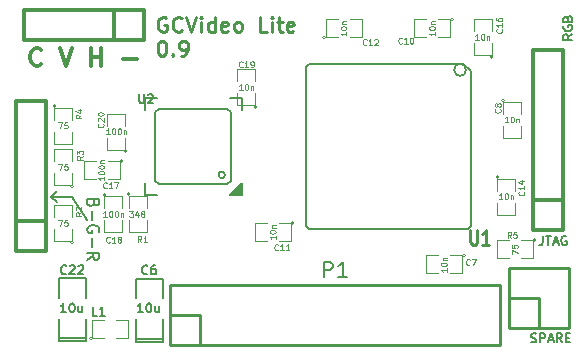
<source format=gto>
%FSLAX34Y34*%
G04 Gerber Fmt 3.4, Leading zero omitted, Abs format*
G04 (created by PCBNEW (2014-06-26 BZR 4956)-product) date 03/07/2014 22:05:42*
%MOIN*%
G01*
G70*
G90*
G04 APERTURE LIST*
%ADD10C,0.003937*%
%ADD11C,0.005000*%
%ADD12C,0.010000*%
%ADD13C,0.007874*%
%ADD14C,0.011811*%
%ADD15C,0.008000*%
%ADD16C,0.003900*%
%ADD17C,0.012000*%
%ADD18C,0.005906*%
%ADD19C,0.005900*%
%ADD20C,0.004300*%
G04 APERTURE END LIST*
G54D10*
G54D11*
X80353Y-54747D02*
X80396Y-54761D01*
X80468Y-54761D01*
X80496Y-54747D01*
X80511Y-54733D01*
X80525Y-54704D01*
X80525Y-54675D01*
X80511Y-54647D01*
X80496Y-54633D01*
X80468Y-54618D01*
X80411Y-54604D01*
X80382Y-54590D01*
X80368Y-54575D01*
X80353Y-54547D01*
X80353Y-54518D01*
X80368Y-54490D01*
X80382Y-54475D01*
X80411Y-54461D01*
X80482Y-54461D01*
X80525Y-54475D01*
X80653Y-54761D02*
X80653Y-54461D01*
X80768Y-54461D01*
X80796Y-54475D01*
X80811Y-54490D01*
X80825Y-54518D01*
X80825Y-54561D01*
X80811Y-54590D01*
X80796Y-54604D01*
X80768Y-54618D01*
X80653Y-54618D01*
X80939Y-54675D02*
X81082Y-54675D01*
X80911Y-54761D02*
X81011Y-54461D01*
X81111Y-54761D01*
X81382Y-54761D02*
X81282Y-54618D01*
X81211Y-54761D02*
X81211Y-54461D01*
X81325Y-54461D01*
X81353Y-54475D01*
X81368Y-54490D01*
X81382Y-54518D01*
X81382Y-54561D01*
X81368Y-54590D01*
X81353Y-54604D01*
X81325Y-54618D01*
X81211Y-54618D01*
X81511Y-54604D02*
X81611Y-54604D01*
X81653Y-54761D02*
X81511Y-54761D01*
X81511Y-54461D01*
X81653Y-54461D01*
X80752Y-51213D02*
X80752Y-51427D01*
X80738Y-51470D01*
X80709Y-51499D01*
X80666Y-51513D01*
X80638Y-51513D01*
X80852Y-51213D02*
X81023Y-51213D01*
X80938Y-51513D02*
X80938Y-51213D01*
X81109Y-51427D02*
X81252Y-51427D01*
X81080Y-51513D02*
X81180Y-51213D01*
X81280Y-51513D01*
X81538Y-51227D02*
X81509Y-51213D01*
X81466Y-51213D01*
X81423Y-51227D01*
X81395Y-51256D01*
X81380Y-51285D01*
X81366Y-51342D01*
X81366Y-51385D01*
X81380Y-51442D01*
X81395Y-51470D01*
X81423Y-51499D01*
X81466Y-51513D01*
X81495Y-51513D01*
X81538Y-51499D01*
X81552Y-51485D01*
X81552Y-51385D01*
X81495Y-51385D01*
G54D12*
X68195Y-43936D02*
X68148Y-43912D01*
X68076Y-43912D01*
X68005Y-43936D01*
X67957Y-43984D01*
X67934Y-44031D01*
X67910Y-44127D01*
X67910Y-44198D01*
X67934Y-44293D01*
X67957Y-44341D01*
X68005Y-44388D01*
X68076Y-44412D01*
X68124Y-44412D01*
X68195Y-44388D01*
X68219Y-44365D01*
X68219Y-44198D01*
X68124Y-44198D01*
X68719Y-44365D02*
X68695Y-44388D01*
X68624Y-44412D01*
X68576Y-44412D01*
X68505Y-44388D01*
X68457Y-44341D01*
X68434Y-44293D01*
X68410Y-44198D01*
X68410Y-44127D01*
X68434Y-44031D01*
X68457Y-43984D01*
X68505Y-43936D01*
X68576Y-43912D01*
X68624Y-43912D01*
X68695Y-43936D01*
X68719Y-43960D01*
X68862Y-43912D02*
X69029Y-44412D01*
X69195Y-43912D01*
X69362Y-44412D02*
X69362Y-44079D01*
X69362Y-43912D02*
X69338Y-43936D01*
X69362Y-43960D01*
X69386Y-43936D01*
X69362Y-43912D01*
X69362Y-43960D01*
X69814Y-44412D02*
X69814Y-43912D01*
X69814Y-44388D02*
X69767Y-44412D01*
X69672Y-44412D01*
X69624Y-44388D01*
X69600Y-44365D01*
X69576Y-44317D01*
X69576Y-44174D01*
X69600Y-44127D01*
X69624Y-44103D01*
X69672Y-44079D01*
X69767Y-44079D01*
X69814Y-44103D01*
X70243Y-44388D02*
X70195Y-44412D01*
X70100Y-44412D01*
X70053Y-44388D01*
X70029Y-44341D01*
X70029Y-44150D01*
X70053Y-44103D01*
X70100Y-44079D01*
X70195Y-44079D01*
X70243Y-44103D01*
X70267Y-44150D01*
X70267Y-44198D01*
X70029Y-44246D01*
X70553Y-44412D02*
X70505Y-44388D01*
X70481Y-44365D01*
X70457Y-44317D01*
X70457Y-44174D01*
X70481Y-44127D01*
X70505Y-44103D01*
X70553Y-44079D01*
X70624Y-44079D01*
X70672Y-44103D01*
X70695Y-44127D01*
X70719Y-44174D01*
X70719Y-44317D01*
X70695Y-44365D01*
X70672Y-44388D01*
X70624Y-44412D01*
X70553Y-44412D01*
X71553Y-44412D02*
X71314Y-44412D01*
X71314Y-43912D01*
X71719Y-44412D02*
X71719Y-44079D01*
X71719Y-43912D02*
X71695Y-43936D01*
X71719Y-43960D01*
X71743Y-43936D01*
X71719Y-43912D01*
X71719Y-43960D01*
X71886Y-44079D02*
X72076Y-44079D01*
X71957Y-43912D02*
X71957Y-44341D01*
X71981Y-44388D01*
X72029Y-44412D01*
X72076Y-44412D01*
X72434Y-44388D02*
X72386Y-44412D01*
X72291Y-44412D01*
X72243Y-44388D01*
X72219Y-44341D01*
X72219Y-44150D01*
X72243Y-44103D01*
X72291Y-44079D01*
X72386Y-44079D01*
X72434Y-44103D01*
X72457Y-44150D01*
X72457Y-44198D01*
X72219Y-44246D01*
X68029Y-44712D02*
X68076Y-44712D01*
X68124Y-44736D01*
X68148Y-44760D01*
X68172Y-44808D01*
X68195Y-44903D01*
X68195Y-45022D01*
X68172Y-45117D01*
X68148Y-45165D01*
X68124Y-45188D01*
X68076Y-45212D01*
X68029Y-45212D01*
X67981Y-45188D01*
X67957Y-45165D01*
X67934Y-45117D01*
X67910Y-45022D01*
X67910Y-44903D01*
X67934Y-44808D01*
X67957Y-44760D01*
X67981Y-44736D01*
X68029Y-44712D01*
X68410Y-45165D02*
X68434Y-45188D01*
X68410Y-45212D01*
X68386Y-45188D01*
X68410Y-45165D01*
X68410Y-45212D01*
X68672Y-45212D02*
X68767Y-45212D01*
X68814Y-45188D01*
X68838Y-45165D01*
X68886Y-45093D01*
X68910Y-44998D01*
X68910Y-44808D01*
X68886Y-44760D01*
X68862Y-44736D01*
X68814Y-44712D01*
X68719Y-44712D01*
X68672Y-44736D01*
X68648Y-44760D01*
X68624Y-44808D01*
X68624Y-44927D01*
X68648Y-44974D01*
X68672Y-44998D01*
X68719Y-45022D01*
X68814Y-45022D01*
X68862Y-44998D01*
X68886Y-44974D01*
X68910Y-44927D01*
G54D11*
X81730Y-44498D02*
X81587Y-44598D01*
X81730Y-44669D02*
X81430Y-44669D01*
X81430Y-44555D01*
X81444Y-44527D01*
X81458Y-44512D01*
X81487Y-44498D01*
X81530Y-44498D01*
X81558Y-44512D01*
X81573Y-44527D01*
X81587Y-44555D01*
X81587Y-44669D01*
X81444Y-44212D02*
X81430Y-44241D01*
X81430Y-44284D01*
X81444Y-44327D01*
X81473Y-44355D01*
X81501Y-44369D01*
X81558Y-44384D01*
X81601Y-44384D01*
X81658Y-44369D01*
X81687Y-44355D01*
X81715Y-44327D01*
X81730Y-44284D01*
X81730Y-44255D01*
X81715Y-44212D01*
X81701Y-44198D01*
X81601Y-44198D01*
X81601Y-44255D01*
X81573Y-43969D02*
X81587Y-43927D01*
X81601Y-43912D01*
X81630Y-43898D01*
X81673Y-43898D01*
X81701Y-43912D01*
X81715Y-43927D01*
X81730Y-43955D01*
X81730Y-44069D01*
X81430Y-44069D01*
X81430Y-43969D01*
X81444Y-43941D01*
X81458Y-43927D01*
X81487Y-43912D01*
X81515Y-43912D01*
X81544Y-43927D01*
X81558Y-43941D01*
X81573Y-43969D01*
X81573Y-44069D01*
G54D13*
X64370Y-49901D02*
X64566Y-50098D01*
X64370Y-49901D02*
X64566Y-49704D01*
X65059Y-49901D02*
X65551Y-50688D01*
X64370Y-49901D02*
X65059Y-49901D01*
G54D11*
X65776Y-50117D02*
X65757Y-50174D01*
X65738Y-50193D01*
X65700Y-50212D01*
X65643Y-50212D01*
X65605Y-50193D01*
X65586Y-50174D01*
X65567Y-50136D01*
X65567Y-49984D01*
X65967Y-49984D01*
X65967Y-50117D01*
X65948Y-50155D01*
X65928Y-50174D01*
X65890Y-50193D01*
X65852Y-50193D01*
X65814Y-50174D01*
X65795Y-50155D01*
X65776Y-50117D01*
X65776Y-49984D01*
X65719Y-50384D02*
X65719Y-50689D01*
X65948Y-51089D02*
X65967Y-51050D01*
X65967Y-50993D01*
X65948Y-50936D01*
X65909Y-50898D01*
X65871Y-50879D01*
X65795Y-50860D01*
X65738Y-50860D01*
X65662Y-50879D01*
X65624Y-50898D01*
X65586Y-50936D01*
X65567Y-50993D01*
X65567Y-51031D01*
X65586Y-51089D01*
X65605Y-51108D01*
X65738Y-51108D01*
X65738Y-51031D01*
X65719Y-51279D02*
X65719Y-51584D01*
X65567Y-52003D02*
X65757Y-51869D01*
X65567Y-51774D02*
X65967Y-51774D01*
X65967Y-51927D01*
X65948Y-51965D01*
X65928Y-51984D01*
X65890Y-52003D01*
X65833Y-52003D01*
X65795Y-51984D01*
X65776Y-51965D01*
X65757Y-51927D01*
X65757Y-51774D01*
G54D14*
X64032Y-45486D02*
X64004Y-45514D01*
X63920Y-45542D01*
X63863Y-45542D01*
X63779Y-45514D01*
X63723Y-45458D01*
X63695Y-45402D01*
X63667Y-45289D01*
X63667Y-45205D01*
X63695Y-45092D01*
X63723Y-45036D01*
X63779Y-44980D01*
X63863Y-44952D01*
X63920Y-44952D01*
X64004Y-44980D01*
X64032Y-45008D01*
X64651Y-44952D02*
X64848Y-45542D01*
X65044Y-44952D01*
X65691Y-45542D02*
X65691Y-44952D01*
X65691Y-45233D02*
X66029Y-45233D01*
X66029Y-45542D02*
X66029Y-44952D01*
X66760Y-45317D02*
X67210Y-45317D01*
G54D15*
X78190Y-45678D02*
G75*
G03X78190Y-45678I-200J0D01*
G74*
G01*
X78340Y-45728D02*
X78090Y-45478D01*
X72840Y-45578D02*
X72940Y-45478D01*
X72840Y-50878D02*
X72940Y-50978D01*
X78240Y-50978D02*
X78340Y-50878D01*
X78090Y-45478D02*
X72940Y-45478D01*
X72840Y-45578D02*
X72840Y-50878D01*
X72940Y-50978D02*
X78240Y-50978D01*
X78340Y-50878D02*
X78340Y-45728D01*
G54D16*
X78160Y-51865D02*
G75*
G03X78160Y-51865I-50J0D01*
G74*
G01*
X77660Y-51865D02*
X78060Y-51865D01*
X78060Y-51865D02*
X78060Y-52465D01*
X78060Y-52465D02*
X77660Y-52465D01*
X77260Y-52465D02*
X76860Y-52465D01*
X76860Y-52465D02*
X76860Y-51865D01*
X76860Y-51865D02*
X77260Y-51865D01*
X79474Y-46692D02*
G75*
G03X79474Y-46692I-50J0D01*
G74*
G01*
X79424Y-47142D02*
X79424Y-46742D01*
X79424Y-46742D02*
X80024Y-46742D01*
X80024Y-46742D02*
X80024Y-47142D01*
X80024Y-47542D02*
X80024Y-47942D01*
X80024Y-47942D02*
X79424Y-47942D01*
X79424Y-47942D02*
X79424Y-47542D01*
X77766Y-43991D02*
G75*
G03X77766Y-43991I-50J0D01*
G74*
G01*
X77266Y-43991D02*
X77666Y-43991D01*
X77666Y-43991D02*
X77666Y-44591D01*
X77666Y-44591D02*
X77266Y-44591D01*
X76866Y-44591D02*
X76466Y-44591D01*
X76466Y-44591D02*
X76466Y-43991D01*
X76466Y-43991D02*
X76866Y-43991D01*
X72451Y-50782D02*
G75*
G03X72451Y-50782I-50J0D01*
G74*
G01*
X71951Y-50782D02*
X72351Y-50782D01*
X72351Y-50782D02*
X72351Y-51382D01*
X72351Y-51382D02*
X71951Y-51382D01*
X71551Y-51382D02*
X71151Y-51382D01*
X71151Y-51382D02*
X71151Y-50782D01*
X71151Y-50782D02*
X71551Y-50782D01*
X73514Y-44591D02*
G75*
G03X73514Y-44591I-50J0D01*
G74*
G01*
X73914Y-44591D02*
X73514Y-44591D01*
X73514Y-44591D02*
X73514Y-43991D01*
X73514Y-43991D02*
X73914Y-43991D01*
X74314Y-43991D02*
X74714Y-43991D01*
X74714Y-43991D02*
X74714Y-44591D01*
X74714Y-44591D02*
X74314Y-44591D01*
X79277Y-49251D02*
G75*
G03X79277Y-49251I-50J0D01*
G74*
G01*
X79227Y-49701D02*
X79227Y-49301D01*
X79227Y-49301D02*
X79827Y-49301D01*
X79827Y-49301D02*
X79827Y-49701D01*
X79827Y-50101D02*
X79827Y-50501D01*
X79827Y-50501D02*
X79227Y-50501D01*
X79227Y-50501D02*
X79227Y-50101D01*
X79090Y-45236D02*
G75*
G03X79090Y-45236I-50J0D01*
G74*
G01*
X79040Y-44786D02*
X79040Y-45186D01*
X79040Y-45186D02*
X78440Y-45186D01*
X78440Y-45186D02*
X78440Y-44786D01*
X78440Y-44386D02*
X78440Y-43986D01*
X78440Y-43986D02*
X79040Y-43986D01*
X79040Y-43986D02*
X79040Y-44386D01*
X66743Y-48715D02*
G75*
G03X66743Y-48715I-50J0D01*
G74*
G01*
X66243Y-48715D02*
X66643Y-48715D01*
X66643Y-48715D02*
X66643Y-49315D01*
X66643Y-49315D02*
X66243Y-49315D01*
X65843Y-49315D02*
X65443Y-49315D01*
X65443Y-49315D02*
X65443Y-48715D01*
X65443Y-48715D02*
X65843Y-48715D01*
X66187Y-49842D02*
G75*
G03X66187Y-49842I-50J0D01*
G74*
G01*
X66137Y-50292D02*
X66137Y-49892D01*
X66137Y-49892D02*
X66737Y-49892D01*
X66737Y-49892D02*
X66737Y-50292D01*
X66737Y-50692D02*
X66737Y-51092D01*
X66737Y-51092D02*
X66137Y-51092D01*
X66137Y-51092D02*
X66137Y-50692D01*
X71216Y-46909D02*
G75*
G03X71216Y-46909I-50J0D01*
G74*
G01*
X71166Y-46459D02*
X71166Y-46859D01*
X71166Y-46859D02*
X70566Y-46859D01*
X70566Y-46859D02*
X70566Y-46459D01*
X70566Y-46059D02*
X70566Y-45659D01*
X70566Y-45659D02*
X71166Y-45659D01*
X71166Y-45659D02*
X71166Y-46059D01*
X66885Y-48386D02*
G75*
G03X66885Y-48386I-50J0D01*
G74*
G01*
X66835Y-47936D02*
X66835Y-48336D01*
X66835Y-48336D02*
X66235Y-48336D01*
X66235Y-48336D02*
X66235Y-47936D01*
X66235Y-47536D02*
X66235Y-47136D01*
X66235Y-47136D02*
X66835Y-47136D01*
X66835Y-47136D02*
X66835Y-47536D01*
X65738Y-54630D02*
G75*
G03X65738Y-54630I-50J0D01*
G74*
G01*
X66138Y-54630D02*
X65738Y-54630D01*
X65738Y-54630D02*
X65738Y-54030D01*
X65738Y-54030D02*
X66138Y-54030D01*
X66538Y-54030D02*
X66938Y-54030D01*
X66938Y-54030D02*
X66938Y-54630D01*
X66938Y-54630D02*
X66538Y-54630D01*
G54D17*
X64181Y-51720D02*
X63181Y-51720D01*
X63181Y-51720D02*
X63181Y-46720D01*
X63181Y-46720D02*
X64181Y-46720D01*
X64181Y-46720D02*
X64181Y-51720D01*
X64181Y-50720D02*
X63181Y-50720D01*
X67452Y-44692D02*
X67452Y-44692D01*
X67452Y-43692D02*
X67452Y-44692D01*
X67452Y-44692D02*
X67452Y-44692D01*
X67452Y-44692D02*
X63452Y-44692D01*
X63452Y-44692D02*
X63452Y-43692D01*
X63452Y-43692D02*
X67452Y-43692D01*
X66452Y-43692D02*
X66452Y-44692D01*
X81405Y-51031D02*
X80405Y-51031D01*
X80405Y-51031D02*
X80405Y-45031D01*
X80405Y-45031D02*
X81405Y-45031D01*
X81405Y-45031D02*
X81405Y-51031D01*
X81405Y-50031D02*
X80405Y-50031D01*
G54D16*
X66998Y-49821D02*
G75*
G03X66998Y-49821I-50J0D01*
G74*
G01*
X66948Y-50271D02*
X66948Y-49871D01*
X66948Y-49871D02*
X67548Y-49871D01*
X67548Y-49871D02*
X67548Y-50271D01*
X67548Y-50671D02*
X67548Y-51071D01*
X67548Y-51071D02*
X66948Y-51071D01*
X66948Y-51071D02*
X66948Y-50671D01*
X65113Y-51437D02*
G75*
G03X65113Y-51437I-50J0D01*
G74*
G01*
X65063Y-50987D02*
X65063Y-51387D01*
X65063Y-51387D02*
X64463Y-51387D01*
X64463Y-51387D02*
X64463Y-50987D01*
X64463Y-50587D02*
X64463Y-50187D01*
X64463Y-50187D02*
X65063Y-50187D01*
X65063Y-50187D02*
X65063Y-50587D01*
X65113Y-49567D02*
G75*
G03X65113Y-49567I-50J0D01*
G74*
G01*
X65063Y-49117D02*
X65063Y-49517D01*
X65063Y-49517D02*
X64463Y-49517D01*
X64463Y-49517D02*
X64463Y-49117D01*
X64463Y-48717D02*
X64463Y-48317D01*
X64463Y-48317D02*
X65063Y-48317D01*
X65063Y-48317D02*
X65063Y-48717D01*
X64513Y-46889D02*
G75*
G03X64513Y-46889I-50J0D01*
G74*
G01*
X64463Y-47339D02*
X64463Y-46939D01*
X64463Y-46939D02*
X65063Y-46939D01*
X65063Y-46939D02*
X65063Y-47339D01*
X65063Y-47739D02*
X65063Y-48139D01*
X65063Y-48139D02*
X64463Y-48139D01*
X64463Y-48139D02*
X64463Y-47739D01*
X80522Y-51353D02*
G75*
G03X80522Y-51353I-50J0D01*
G74*
G01*
X80022Y-51353D02*
X80422Y-51353D01*
X80422Y-51353D02*
X80422Y-51953D01*
X80422Y-51953D02*
X80022Y-51953D01*
X79622Y-51953D02*
X79222Y-51953D01*
X79222Y-51953D02*
X79222Y-51353D01*
X79222Y-51353D02*
X79622Y-51353D01*
G54D18*
X70354Y-49330D02*
X70354Y-49370D01*
X70354Y-49370D02*
X70236Y-49488D01*
X70236Y-49488D02*
X67952Y-49488D01*
X67952Y-49488D02*
X67834Y-49370D01*
X67834Y-49370D02*
X67834Y-47086D01*
X67834Y-47086D02*
X67952Y-46968D01*
X67952Y-46968D02*
X70236Y-46968D01*
X70236Y-46968D02*
X70354Y-47086D01*
X70354Y-47086D02*
X70354Y-49330D01*
G54D19*
X70629Y-49842D02*
X70708Y-49763D01*
X70708Y-49685D02*
X70551Y-49842D01*
X70472Y-49842D02*
X70708Y-49606D01*
X70708Y-49527D02*
X70393Y-49842D01*
X70708Y-49448D02*
X70708Y-49842D01*
X70708Y-49842D02*
X70314Y-49842D01*
X70314Y-49842D02*
X70708Y-49448D01*
X70314Y-46614D02*
X70708Y-46614D01*
X70708Y-46614D02*
X70708Y-47008D01*
X67480Y-47008D02*
X67480Y-46614D01*
X67480Y-46614D02*
X67874Y-46614D01*
X67874Y-49842D02*
X67480Y-49842D01*
X67480Y-49842D02*
X67480Y-49448D01*
G54D11*
X70156Y-49178D02*
G75*
G03X70156Y-49178I-111J0D01*
G74*
G01*
X67188Y-54633D02*
X67188Y-54733D01*
X67188Y-54733D02*
X68088Y-54733D01*
X68088Y-54733D02*
X68088Y-54633D01*
X67188Y-54633D02*
X68088Y-54633D01*
X68088Y-54633D02*
X68088Y-53983D01*
X67188Y-53283D02*
X67188Y-52633D01*
X67188Y-52633D02*
X68088Y-52633D01*
X68088Y-52633D02*
X68088Y-53283D01*
X67188Y-53983D02*
X67188Y-54633D01*
X64629Y-54630D02*
X64629Y-54730D01*
X64629Y-54730D02*
X65529Y-54730D01*
X65529Y-54730D02*
X65529Y-54630D01*
X64629Y-54630D02*
X65529Y-54630D01*
X65529Y-54630D02*
X65529Y-53980D01*
X64629Y-53280D02*
X64629Y-52630D01*
X64629Y-52630D02*
X65529Y-52630D01*
X65529Y-52630D02*
X65529Y-53280D01*
X64629Y-53980D02*
X64629Y-54630D01*
G54D12*
X79610Y-53287D02*
X79610Y-54287D01*
X79610Y-54287D02*
X80610Y-54287D01*
X80610Y-54287D02*
X80610Y-53287D01*
X80610Y-53287D02*
X79610Y-53287D01*
X79610Y-53287D02*
X79610Y-52287D01*
X79610Y-52287D02*
X81610Y-52287D01*
X81610Y-52287D02*
X81610Y-54287D01*
X81610Y-54287D02*
X80610Y-54287D01*
X79328Y-52850D02*
X68328Y-52850D01*
X69328Y-54850D02*
X79328Y-54850D01*
X79328Y-52850D02*
X79328Y-54850D01*
X68328Y-52850D02*
X68328Y-53850D01*
X68328Y-54850D02*
X69328Y-54850D01*
X68328Y-53850D02*
X69328Y-53850D01*
X69328Y-53850D02*
X69328Y-54850D01*
X68328Y-54850D02*
X68328Y-53850D01*
X78336Y-51005D02*
X78336Y-51410D01*
X78356Y-51458D01*
X78375Y-51481D01*
X78413Y-51505D01*
X78489Y-51505D01*
X78527Y-51481D01*
X78546Y-51458D01*
X78565Y-51410D01*
X78565Y-51005D01*
X78965Y-51505D02*
X78736Y-51505D01*
X78851Y-51505D02*
X78851Y-51005D01*
X78813Y-51077D01*
X78775Y-51124D01*
X78736Y-51148D01*
G54D20*
X78313Y-52163D02*
X78304Y-52173D01*
X78276Y-52182D01*
X78257Y-52182D01*
X78229Y-52173D01*
X78210Y-52154D01*
X78201Y-52135D01*
X78191Y-52098D01*
X78191Y-52070D01*
X78201Y-52032D01*
X78210Y-52013D01*
X78229Y-51995D01*
X78257Y-51985D01*
X78276Y-51985D01*
X78304Y-51995D01*
X78313Y-52004D01*
X78379Y-51985D02*
X78510Y-51985D01*
X78426Y-52182D01*
X77549Y-52291D02*
X77549Y-52404D01*
X77549Y-52348D02*
X77352Y-52348D01*
X77380Y-52367D01*
X77399Y-52385D01*
X77409Y-52404D01*
X77352Y-52170D02*
X77352Y-52151D01*
X77362Y-52132D01*
X77371Y-52123D01*
X77390Y-52113D01*
X77427Y-52104D01*
X77474Y-52104D01*
X77512Y-52113D01*
X77530Y-52123D01*
X77540Y-52132D01*
X77549Y-52151D01*
X77549Y-52170D01*
X77540Y-52188D01*
X77530Y-52198D01*
X77512Y-52207D01*
X77474Y-52216D01*
X77427Y-52216D01*
X77390Y-52207D01*
X77371Y-52198D01*
X77362Y-52188D01*
X77352Y-52170D01*
X77418Y-52019D02*
X77549Y-52019D01*
X77437Y-52019D02*
X77427Y-52010D01*
X77418Y-51991D01*
X77418Y-51963D01*
X77427Y-51944D01*
X77446Y-51935D01*
X77549Y-51935D01*
X79329Y-46981D02*
X79338Y-46991D01*
X79347Y-47019D01*
X79347Y-47037D01*
X79338Y-47066D01*
X79319Y-47084D01*
X79301Y-47094D01*
X79263Y-47103D01*
X79235Y-47103D01*
X79197Y-47094D01*
X79179Y-47084D01*
X79160Y-47066D01*
X79150Y-47037D01*
X79150Y-47019D01*
X79160Y-46991D01*
X79169Y-46981D01*
X79235Y-46869D02*
X79226Y-46887D01*
X79216Y-46897D01*
X79197Y-46906D01*
X79188Y-46906D01*
X79169Y-46897D01*
X79160Y-46887D01*
X79150Y-46869D01*
X79150Y-46831D01*
X79160Y-46812D01*
X79169Y-46803D01*
X79188Y-46794D01*
X79197Y-46794D01*
X79216Y-46803D01*
X79226Y-46812D01*
X79235Y-46831D01*
X79235Y-46869D01*
X79244Y-46887D01*
X79254Y-46897D01*
X79272Y-46906D01*
X79310Y-46906D01*
X79329Y-46897D01*
X79338Y-46887D01*
X79347Y-46869D01*
X79347Y-46831D01*
X79338Y-46812D01*
X79329Y-46803D01*
X79310Y-46794D01*
X79272Y-46794D01*
X79254Y-46803D01*
X79244Y-46812D01*
X79235Y-46831D01*
X79597Y-47431D02*
X79485Y-47431D01*
X79541Y-47431D02*
X79541Y-47234D01*
X79522Y-47262D01*
X79503Y-47281D01*
X79485Y-47290D01*
X79719Y-47234D02*
X79738Y-47234D01*
X79757Y-47244D01*
X79766Y-47253D01*
X79776Y-47272D01*
X79785Y-47309D01*
X79785Y-47356D01*
X79776Y-47394D01*
X79766Y-47412D01*
X79757Y-47422D01*
X79738Y-47431D01*
X79719Y-47431D01*
X79700Y-47422D01*
X79691Y-47412D01*
X79682Y-47394D01*
X79672Y-47356D01*
X79672Y-47309D01*
X79682Y-47272D01*
X79691Y-47253D01*
X79700Y-47244D01*
X79719Y-47234D01*
X79869Y-47300D02*
X79869Y-47431D01*
X79869Y-47319D02*
X79879Y-47309D01*
X79897Y-47300D01*
X79926Y-47300D01*
X79944Y-47309D01*
X79954Y-47328D01*
X79954Y-47431D01*
X76054Y-44781D02*
X76045Y-44791D01*
X76016Y-44800D01*
X75998Y-44800D01*
X75970Y-44791D01*
X75951Y-44772D01*
X75941Y-44753D01*
X75932Y-44716D01*
X75932Y-44688D01*
X75941Y-44650D01*
X75951Y-44631D01*
X75970Y-44613D01*
X75998Y-44603D01*
X76016Y-44603D01*
X76045Y-44613D01*
X76054Y-44622D01*
X76242Y-44800D02*
X76129Y-44800D01*
X76185Y-44800D02*
X76185Y-44603D01*
X76167Y-44631D01*
X76148Y-44650D01*
X76129Y-44660D01*
X76364Y-44603D02*
X76382Y-44603D01*
X76401Y-44613D01*
X76410Y-44622D01*
X76420Y-44641D01*
X76429Y-44678D01*
X76429Y-44725D01*
X76420Y-44763D01*
X76410Y-44781D01*
X76401Y-44791D01*
X76382Y-44800D01*
X76364Y-44800D01*
X76345Y-44791D01*
X76335Y-44781D01*
X76326Y-44763D01*
X76317Y-44725D01*
X76317Y-44678D01*
X76326Y-44641D01*
X76335Y-44622D01*
X76345Y-44613D01*
X76364Y-44603D01*
X77156Y-44417D02*
X77156Y-44530D01*
X77156Y-44474D02*
X76959Y-44474D01*
X76987Y-44493D01*
X77005Y-44511D01*
X77015Y-44530D01*
X76959Y-44296D02*
X76959Y-44277D01*
X76968Y-44258D01*
X76977Y-44249D01*
X76996Y-44239D01*
X77034Y-44230D01*
X77081Y-44230D01*
X77118Y-44239D01*
X77137Y-44249D01*
X77146Y-44258D01*
X77156Y-44277D01*
X77156Y-44296D01*
X77146Y-44314D01*
X77137Y-44324D01*
X77118Y-44333D01*
X77081Y-44342D01*
X77034Y-44342D01*
X76996Y-44333D01*
X76977Y-44324D01*
X76968Y-44314D01*
X76959Y-44296D01*
X77024Y-44145D02*
X77156Y-44145D01*
X77043Y-44145D02*
X77034Y-44136D01*
X77024Y-44117D01*
X77024Y-44089D01*
X77034Y-44070D01*
X77052Y-44061D01*
X77156Y-44061D01*
X71920Y-51671D02*
X71911Y-51681D01*
X71883Y-51690D01*
X71864Y-51690D01*
X71836Y-51681D01*
X71817Y-51662D01*
X71808Y-51643D01*
X71798Y-51606D01*
X71798Y-51577D01*
X71808Y-51540D01*
X71817Y-51521D01*
X71836Y-51502D01*
X71864Y-51493D01*
X71883Y-51493D01*
X71911Y-51502D01*
X71920Y-51512D01*
X72108Y-51690D02*
X71995Y-51690D01*
X72051Y-51690D02*
X72051Y-51493D01*
X72033Y-51521D01*
X72014Y-51540D01*
X71995Y-51549D01*
X72295Y-51690D02*
X72183Y-51690D01*
X72239Y-51690D02*
X72239Y-51493D01*
X72220Y-51521D01*
X72202Y-51540D01*
X72183Y-51549D01*
X71841Y-51209D02*
X71841Y-51321D01*
X71841Y-51265D02*
X71644Y-51265D01*
X71672Y-51284D01*
X71690Y-51303D01*
X71700Y-51321D01*
X71644Y-51087D02*
X71644Y-51068D01*
X71653Y-51049D01*
X71662Y-51040D01*
X71681Y-51031D01*
X71719Y-51021D01*
X71766Y-51021D01*
X71803Y-51031D01*
X71822Y-51040D01*
X71831Y-51049D01*
X71841Y-51068D01*
X71841Y-51087D01*
X71831Y-51106D01*
X71822Y-51115D01*
X71803Y-51124D01*
X71766Y-51134D01*
X71719Y-51134D01*
X71681Y-51124D01*
X71662Y-51115D01*
X71653Y-51106D01*
X71644Y-51087D01*
X71709Y-50937D02*
X71841Y-50937D01*
X71728Y-50937D02*
X71719Y-50927D01*
X71709Y-50909D01*
X71709Y-50880D01*
X71719Y-50862D01*
X71737Y-50852D01*
X71841Y-50852D01*
X74873Y-44827D02*
X74863Y-44836D01*
X74835Y-44846D01*
X74817Y-44846D01*
X74788Y-44836D01*
X74770Y-44817D01*
X74760Y-44799D01*
X74751Y-44761D01*
X74751Y-44733D01*
X74760Y-44695D01*
X74770Y-44677D01*
X74788Y-44658D01*
X74817Y-44649D01*
X74835Y-44649D01*
X74863Y-44658D01*
X74873Y-44667D01*
X75060Y-44846D02*
X74948Y-44846D01*
X75004Y-44846D02*
X75004Y-44649D01*
X74985Y-44677D01*
X74967Y-44695D01*
X74948Y-44705D01*
X75136Y-44667D02*
X75145Y-44658D01*
X75164Y-44649D01*
X75211Y-44649D01*
X75229Y-44658D01*
X75239Y-44667D01*
X75248Y-44686D01*
X75248Y-44705D01*
X75239Y-44733D01*
X75126Y-44846D01*
X75248Y-44846D01*
X74203Y-44417D02*
X74203Y-44530D01*
X74203Y-44474D02*
X74006Y-44474D01*
X74034Y-44493D01*
X74053Y-44511D01*
X74062Y-44530D01*
X74006Y-44296D02*
X74006Y-44277D01*
X74015Y-44258D01*
X74025Y-44249D01*
X74043Y-44239D01*
X74081Y-44230D01*
X74128Y-44230D01*
X74165Y-44239D01*
X74184Y-44249D01*
X74193Y-44258D01*
X74203Y-44277D01*
X74203Y-44296D01*
X74193Y-44314D01*
X74184Y-44324D01*
X74165Y-44333D01*
X74128Y-44342D01*
X74081Y-44342D01*
X74043Y-44333D01*
X74025Y-44324D01*
X74015Y-44314D01*
X74006Y-44296D01*
X74071Y-44145D02*
X74203Y-44145D01*
X74090Y-44145D02*
X74081Y-44136D01*
X74071Y-44117D01*
X74071Y-44089D01*
X74081Y-44070D01*
X74100Y-44061D01*
X74203Y-44061D01*
X80116Y-49732D02*
X80125Y-49742D01*
X80135Y-49770D01*
X80135Y-49789D01*
X80125Y-49817D01*
X80107Y-49836D01*
X80088Y-49845D01*
X80050Y-49854D01*
X80022Y-49854D01*
X79985Y-49845D01*
X79966Y-49836D01*
X79947Y-49817D01*
X79938Y-49789D01*
X79938Y-49770D01*
X79947Y-49742D01*
X79957Y-49732D01*
X80135Y-49545D02*
X80135Y-49657D01*
X80135Y-49601D02*
X79938Y-49601D01*
X79966Y-49620D01*
X79985Y-49639D01*
X79994Y-49657D01*
X80004Y-49376D02*
X80135Y-49376D01*
X79928Y-49423D02*
X80069Y-49470D01*
X80069Y-49348D01*
X79400Y-49990D02*
X79288Y-49990D01*
X79344Y-49990D02*
X79344Y-49793D01*
X79325Y-49821D01*
X79307Y-49840D01*
X79288Y-49849D01*
X79522Y-49793D02*
X79541Y-49793D01*
X79560Y-49803D01*
X79569Y-49812D01*
X79579Y-49831D01*
X79588Y-49868D01*
X79588Y-49915D01*
X79579Y-49953D01*
X79569Y-49971D01*
X79560Y-49981D01*
X79541Y-49990D01*
X79522Y-49990D01*
X79504Y-49981D01*
X79494Y-49971D01*
X79485Y-49953D01*
X79475Y-49915D01*
X79475Y-49868D01*
X79485Y-49831D01*
X79494Y-49812D01*
X79504Y-49803D01*
X79522Y-49793D01*
X79672Y-49859D02*
X79672Y-49990D01*
X79672Y-49878D02*
X79682Y-49868D01*
X79701Y-49859D01*
X79729Y-49859D01*
X79748Y-49868D01*
X79757Y-49887D01*
X79757Y-49990D01*
X79374Y-44319D02*
X79383Y-44328D01*
X79393Y-44357D01*
X79393Y-44375D01*
X79383Y-44403D01*
X79365Y-44422D01*
X79346Y-44432D01*
X79308Y-44441D01*
X79280Y-44441D01*
X79243Y-44432D01*
X79224Y-44422D01*
X79205Y-44403D01*
X79196Y-44375D01*
X79196Y-44357D01*
X79205Y-44328D01*
X79215Y-44319D01*
X79393Y-44131D02*
X79393Y-44244D01*
X79393Y-44188D02*
X79196Y-44188D01*
X79224Y-44206D01*
X79243Y-44225D01*
X79252Y-44244D01*
X79196Y-43963D02*
X79196Y-44000D01*
X79205Y-44019D01*
X79215Y-44028D01*
X79243Y-44047D01*
X79280Y-44056D01*
X79355Y-44056D01*
X79374Y-44047D01*
X79383Y-44038D01*
X79393Y-44019D01*
X79393Y-43981D01*
X79383Y-43963D01*
X79374Y-43953D01*
X79355Y-43944D01*
X79308Y-43944D01*
X79290Y-43953D01*
X79280Y-43963D01*
X79271Y-43981D01*
X79271Y-44019D01*
X79280Y-44038D01*
X79290Y-44047D01*
X79308Y-44056D01*
X78613Y-44675D02*
X78500Y-44675D01*
X78557Y-44675D02*
X78557Y-44478D01*
X78538Y-44506D01*
X78519Y-44525D01*
X78500Y-44535D01*
X78735Y-44478D02*
X78754Y-44478D01*
X78772Y-44488D01*
X78782Y-44497D01*
X78791Y-44516D01*
X78801Y-44553D01*
X78801Y-44600D01*
X78791Y-44638D01*
X78782Y-44656D01*
X78772Y-44666D01*
X78754Y-44675D01*
X78735Y-44675D01*
X78716Y-44666D01*
X78707Y-44656D01*
X78697Y-44638D01*
X78688Y-44600D01*
X78688Y-44553D01*
X78697Y-44516D01*
X78707Y-44497D01*
X78716Y-44488D01*
X78735Y-44478D01*
X78885Y-44544D02*
X78885Y-44675D01*
X78885Y-44563D02*
X78894Y-44553D01*
X78913Y-44544D01*
X78941Y-44544D01*
X78960Y-44553D01*
X78969Y-44572D01*
X78969Y-44675D01*
X66211Y-49604D02*
X66202Y-49614D01*
X66174Y-49623D01*
X66155Y-49623D01*
X66127Y-49614D01*
X66108Y-49595D01*
X66099Y-49576D01*
X66089Y-49539D01*
X66089Y-49510D01*
X66099Y-49473D01*
X66108Y-49454D01*
X66127Y-49435D01*
X66155Y-49426D01*
X66174Y-49426D01*
X66202Y-49435D01*
X66211Y-49445D01*
X66399Y-49623D02*
X66286Y-49623D01*
X66343Y-49623D02*
X66343Y-49426D01*
X66324Y-49454D01*
X66305Y-49473D01*
X66286Y-49482D01*
X66465Y-49426D02*
X66596Y-49426D01*
X66512Y-49623D01*
X66132Y-49236D02*
X66132Y-49348D01*
X66132Y-49292D02*
X65935Y-49292D01*
X65963Y-49311D01*
X65982Y-49330D01*
X65991Y-49348D01*
X65935Y-49114D02*
X65935Y-49095D01*
X65944Y-49076D01*
X65954Y-49067D01*
X65972Y-49057D01*
X66010Y-49048D01*
X66057Y-49048D01*
X66094Y-49057D01*
X66113Y-49067D01*
X66123Y-49076D01*
X66132Y-49095D01*
X66132Y-49114D01*
X66123Y-49133D01*
X66113Y-49142D01*
X66094Y-49151D01*
X66057Y-49161D01*
X66010Y-49161D01*
X65972Y-49151D01*
X65954Y-49142D01*
X65944Y-49133D01*
X65935Y-49114D01*
X65935Y-48926D02*
X65935Y-48907D01*
X65944Y-48889D01*
X65954Y-48879D01*
X65972Y-48870D01*
X66010Y-48860D01*
X66057Y-48860D01*
X66094Y-48870D01*
X66113Y-48879D01*
X66123Y-48889D01*
X66132Y-48907D01*
X66132Y-48926D01*
X66123Y-48945D01*
X66113Y-48954D01*
X66094Y-48964D01*
X66057Y-48973D01*
X66010Y-48973D01*
X65972Y-48964D01*
X65954Y-48954D01*
X65944Y-48945D01*
X65935Y-48926D01*
X66001Y-48776D02*
X66132Y-48776D01*
X66019Y-48776D02*
X66010Y-48767D01*
X66001Y-48748D01*
X66001Y-48720D01*
X66010Y-48701D01*
X66029Y-48692D01*
X66132Y-48692D01*
X66310Y-51421D02*
X66300Y-51431D01*
X66272Y-51440D01*
X66254Y-51440D01*
X66225Y-51431D01*
X66207Y-51412D01*
X66197Y-51393D01*
X66188Y-51356D01*
X66188Y-51327D01*
X66197Y-51290D01*
X66207Y-51271D01*
X66225Y-51252D01*
X66254Y-51243D01*
X66272Y-51243D01*
X66300Y-51252D01*
X66310Y-51262D01*
X66497Y-51440D02*
X66385Y-51440D01*
X66441Y-51440D02*
X66441Y-51243D01*
X66422Y-51271D01*
X66404Y-51290D01*
X66385Y-51299D01*
X66610Y-51327D02*
X66591Y-51318D01*
X66582Y-51309D01*
X66573Y-51290D01*
X66573Y-51281D01*
X66582Y-51262D01*
X66591Y-51252D01*
X66610Y-51243D01*
X66648Y-51243D01*
X66666Y-51252D01*
X66676Y-51262D01*
X66685Y-51281D01*
X66685Y-51290D01*
X66676Y-51309D01*
X66666Y-51318D01*
X66648Y-51327D01*
X66610Y-51327D01*
X66591Y-51337D01*
X66582Y-51346D01*
X66573Y-51365D01*
X66573Y-51402D01*
X66582Y-51421D01*
X66591Y-51431D01*
X66610Y-51440D01*
X66648Y-51440D01*
X66666Y-51431D01*
X66676Y-51421D01*
X66685Y-51402D01*
X66685Y-51365D01*
X66676Y-51346D01*
X66666Y-51337D01*
X66648Y-51327D01*
X66216Y-50581D02*
X66103Y-50581D01*
X66160Y-50581D02*
X66160Y-50384D01*
X66141Y-50412D01*
X66122Y-50431D01*
X66103Y-50440D01*
X66338Y-50384D02*
X66357Y-50384D01*
X66376Y-50393D01*
X66385Y-50403D01*
X66394Y-50421D01*
X66404Y-50459D01*
X66404Y-50506D01*
X66394Y-50543D01*
X66385Y-50562D01*
X66376Y-50571D01*
X66357Y-50581D01*
X66338Y-50581D01*
X66319Y-50571D01*
X66310Y-50562D01*
X66300Y-50543D01*
X66291Y-50506D01*
X66291Y-50459D01*
X66300Y-50421D01*
X66310Y-50403D01*
X66319Y-50393D01*
X66338Y-50384D01*
X66526Y-50384D02*
X66544Y-50384D01*
X66563Y-50393D01*
X66573Y-50403D01*
X66582Y-50421D01*
X66591Y-50459D01*
X66591Y-50506D01*
X66582Y-50543D01*
X66573Y-50562D01*
X66563Y-50571D01*
X66544Y-50581D01*
X66526Y-50581D01*
X66507Y-50571D01*
X66497Y-50562D01*
X66488Y-50543D01*
X66479Y-50506D01*
X66479Y-50459D01*
X66488Y-50421D01*
X66497Y-50403D01*
X66507Y-50393D01*
X66526Y-50384D01*
X66676Y-50449D02*
X66676Y-50581D01*
X66676Y-50468D02*
X66685Y-50459D01*
X66704Y-50449D01*
X66732Y-50449D01*
X66751Y-50459D01*
X66760Y-50478D01*
X66760Y-50581D01*
X70739Y-45569D02*
X70730Y-45578D01*
X70701Y-45588D01*
X70683Y-45588D01*
X70655Y-45578D01*
X70636Y-45559D01*
X70626Y-45541D01*
X70617Y-45503D01*
X70617Y-45475D01*
X70626Y-45438D01*
X70636Y-45419D01*
X70655Y-45400D01*
X70683Y-45391D01*
X70701Y-45391D01*
X70730Y-45400D01*
X70739Y-45409D01*
X70927Y-45588D02*
X70814Y-45588D01*
X70870Y-45588D02*
X70870Y-45391D01*
X70852Y-45419D01*
X70833Y-45438D01*
X70814Y-45447D01*
X71020Y-45588D02*
X71058Y-45588D01*
X71077Y-45578D01*
X71086Y-45569D01*
X71105Y-45541D01*
X71114Y-45503D01*
X71114Y-45428D01*
X71105Y-45409D01*
X71095Y-45400D01*
X71077Y-45391D01*
X71039Y-45391D01*
X71020Y-45400D01*
X71011Y-45409D01*
X71002Y-45428D01*
X71002Y-45475D01*
X71011Y-45494D01*
X71020Y-45503D01*
X71039Y-45513D01*
X71077Y-45513D01*
X71095Y-45503D01*
X71105Y-45494D01*
X71114Y-45475D01*
X70739Y-46348D02*
X70626Y-46348D01*
X70683Y-46348D02*
X70683Y-46151D01*
X70664Y-46180D01*
X70645Y-46198D01*
X70626Y-46208D01*
X70861Y-46151D02*
X70880Y-46151D01*
X70898Y-46161D01*
X70908Y-46170D01*
X70917Y-46189D01*
X70927Y-46227D01*
X70927Y-46273D01*
X70917Y-46311D01*
X70908Y-46330D01*
X70898Y-46339D01*
X70880Y-46348D01*
X70861Y-46348D01*
X70842Y-46339D01*
X70833Y-46330D01*
X70823Y-46311D01*
X70814Y-46273D01*
X70814Y-46227D01*
X70823Y-46189D01*
X70833Y-46170D01*
X70842Y-46161D01*
X70861Y-46151D01*
X71011Y-46217D02*
X71011Y-46348D01*
X71011Y-46236D02*
X71020Y-46227D01*
X71039Y-46217D01*
X71067Y-46217D01*
X71086Y-46227D01*
X71095Y-46245D01*
X71095Y-46348D01*
X66087Y-47469D02*
X66096Y-47478D01*
X66105Y-47506D01*
X66105Y-47525D01*
X66096Y-47553D01*
X66077Y-47572D01*
X66058Y-47581D01*
X66021Y-47591D01*
X65993Y-47591D01*
X65955Y-47581D01*
X65936Y-47572D01*
X65918Y-47553D01*
X65908Y-47525D01*
X65908Y-47506D01*
X65918Y-47478D01*
X65927Y-47469D01*
X65927Y-47394D02*
X65918Y-47384D01*
X65908Y-47365D01*
X65908Y-47319D01*
X65918Y-47300D01*
X65927Y-47290D01*
X65946Y-47281D01*
X65965Y-47281D01*
X65993Y-47290D01*
X66105Y-47403D01*
X66105Y-47281D01*
X65908Y-47159D02*
X65908Y-47140D01*
X65918Y-47122D01*
X65927Y-47112D01*
X65946Y-47103D01*
X65983Y-47093D01*
X66030Y-47093D01*
X66068Y-47103D01*
X66087Y-47112D01*
X66096Y-47122D01*
X66105Y-47140D01*
X66105Y-47159D01*
X66096Y-47178D01*
X66087Y-47187D01*
X66068Y-47197D01*
X66030Y-47206D01*
X65983Y-47206D01*
X65946Y-47197D01*
X65927Y-47187D01*
X65918Y-47178D01*
X65908Y-47159D01*
X66314Y-47825D02*
X66202Y-47825D01*
X66258Y-47825D02*
X66258Y-47628D01*
X66239Y-47656D01*
X66221Y-47675D01*
X66202Y-47684D01*
X66436Y-47628D02*
X66455Y-47628D01*
X66474Y-47637D01*
X66483Y-47647D01*
X66493Y-47665D01*
X66502Y-47703D01*
X66502Y-47750D01*
X66493Y-47787D01*
X66483Y-47806D01*
X66474Y-47815D01*
X66455Y-47825D01*
X66436Y-47825D01*
X66418Y-47815D01*
X66408Y-47806D01*
X66399Y-47787D01*
X66390Y-47750D01*
X66390Y-47703D01*
X66399Y-47665D01*
X66408Y-47647D01*
X66418Y-47637D01*
X66436Y-47628D01*
X66624Y-47628D02*
X66643Y-47628D01*
X66662Y-47637D01*
X66671Y-47647D01*
X66680Y-47665D01*
X66690Y-47703D01*
X66690Y-47750D01*
X66680Y-47787D01*
X66671Y-47806D01*
X66662Y-47815D01*
X66643Y-47825D01*
X66624Y-47825D01*
X66605Y-47815D01*
X66596Y-47806D01*
X66587Y-47787D01*
X66577Y-47750D01*
X66577Y-47703D01*
X66587Y-47665D01*
X66596Y-47647D01*
X66605Y-47637D01*
X66624Y-47628D01*
X66774Y-47694D02*
X66774Y-47825D01*
X66774Y-47712D02*
X66784Y-47703D01*
X66802Y-47694D01*
X66830Y-47694D01*
X66849Y-47703D01*
X66859Y-47722D01*
X66859Y-47825D01*
G54D11*
X65894Y-53875D02*
X65752Y-53875D01*
X65752Y-53575D01*
X66152Y-53875D02*
X65980Y-53875D01*
X66066Y-53875D02*
X66066Y-53575D01*
X66037Y-53618D01*
X66009Y-53647D01*
X65980Y-53661D01*
G54D20*
X67367Y-51416D02*
X67302Y-51323D01*
X67255Y-51416D02*
X67255Y-51219D01*
X67330Y-51219D01*
X67349Y-51229D01*
X67358Y-51238D01*
X67367Y-51257D01*
X67367Y-51285D01*
X67358Y-51304D01*
X67349Y-51313D01*
X67330Y-51323D01*
X67255Y-51323D01*
X67555Y-51416D02*
X67443Y-51416D01*
X67499Y-51416D02*
X67499Y-51219D01*
X67480Y-51248D01*
X67461Y-51266D01*
X67443Y-51276D01*
X66971Y-50384D02*
X67093Y-50384D01*
X67027Y-50459D01*
X67055Y-50459D01*
X67074Y-50468D01*
X67083Y-50478D01*
X67093Y-50496D01*
X67093Y-50543D01*
X67083Y-50562D01*
X67074Y-50571D01*
X67055Y-50581D01*
X66999Y-50581D01*
X66980Y-50571D01*
X66971Y-50562D01*
X67261Y-50449D02*
X67261Y-50581D01*
X67215Y-50374D02*
X67168Y-50515D01*
X67290Y-50515D01*
X67393Y-50468D02*
X67374Y-50459D01*
X67365Y-50449D01*
X67355Y-50431D01*
X67355Y-50421D01*
X67365Y-50403D01*
X67374Y-50393D01*
X67393Y-50384D01*
X67430Y-50384D01*
X67449Y-50393D01*
X67458Y-50403D01*
X67468Y-50421D01*
X67468Y-50431D01*
X67458Y-50449D01*
X67449Y-50459D01*
X67430Y-50468D01*
X67393Y-50468D01*
X67374Y-50478D01*
X67365Y-50487D01*
X67355Y-50506D01*
X67355Y-50543D01*
X67365Y-50562D01*
X67374Y-50571D01*
X67393Y-50581D01*
X67430Y-50581D01*
X67449Y-50571D01*
X67458Y-50562D01*
X67468Y-50543D01*
X67468Y-50506D01*
X67458Y-50487D01*
X67449Y-50478D01*
X67430Y-50468D01*
X65371Y-50426D02*
X65277Y-50492D01*
X65371Y-50539D02*
X65174Y-50539D01*
X65174Y-50464D01*
X65183Y-50445D01*
X65193Y-50435D01*
X65212Y-50426D01*
X65240Y-50426D01*
X65259Y-50435D01*
X65268Y-50445D01*
X65277Y-50464D01*
X65277Y-50539D01*
X65193Y-50351D02*
X65183Y-50342D01*
X65174Y-50323D01*
X65174Y-50276D01*
X65183Y-50257D01*
X65193Y-50248D01*
X65212Y-50238D01*
X65230Y-50238D01*
X65259Y-50248D01*
X65371Y-50360D01*
X65371Y-50238D01*
X64604Y-50679D02*
X64735Y-50679D01*
X64651Y-50876D01*
X64904Y-50679D02*
X64810Y-50679D01*
X64801Y-50773D01*
X64810Y-50763D01*
X64829Y-50754D01*
X64876Y-50754D01*
X64895Y-50763D01*
X64904Y-50773D01*
X64913Y-50792D01*
X64913Y-50838D01*
X64904Y-50857D01*
X64895Y-50867D01*
X64876Y-50876D01*
X64829Y-50876D01*
X64810Y-50867D01*
X64801Y-50857D01*
X65416Y-48556D02*
X65323Y-48622D01*
X65416Y-48669D02*
X65219Y-48669D01*
X65219Y-48593D01*
X65229Y-48575D01*
X65238Y-48565D01*
X65257Y-48556D01*
X65285Y-48556D01*
X65304Y-48565D01*
X65313Y-48575D01*
X65323Y-48593D01*
X65323Y-48669D01*
X65219Y-48490D02*
X65219Y-48368D01*
X65294Y-48434D01*
X65294Y-48406D01*
X65304Y-48387D01*
X65313Y-48378D01*
X65332Y-48368D01*
X65379Y-48368D01*
X65398Y-48378D01*
X65407Y-48387D01*
X65416Y-48406D01*
X65416Y-48462D01*
X65407Y-48481D01*
X65398Y-48490D01*
X64604Y-48809D02*
X64735Y-48809D01*
X64651Y-49006D01*
X64904Y-48809D02*
X64810Y-48809D01*
X64801Y-48903D01*
X64810Y-48893D01*
X64829Y-48884D01*
X64876Y-48884D01*
X64895Y-48893D01*
X64904Y-48903D01*
X64913Y-48922D01*
X64913Y-48968D01*
X64904Y-48987D01*
X64895Y-48997D01*
X64876Y-49006D01*
X64829Y-49006D01*
X64810Y-48997D01*
X64801Y-48987D01*
X65371Y-47178D02*
X65277Y-47244D01*
X65371Y-47291D02*
X65174Y-47291D01*
X65174Y-47216D01*
X65183Y-47197D01*
X65193Y-47187D01*
X65212Y-47178D01*
X65240Y-47178D01*
X65259Y-47187D01*
X65268Y-47197D01*
X65277Y-47216D01*
X65277Y-47291D01*
X65240Y-47009D02*
X65371Y-47009D01*
X65165Y-47056D02*
X65305Y-47103D01*
X65305Y-46981D01*
X64604Y-47431D02*
X64735Y-47431D01*
X64651Y-47628D01*
X64904Y-47431D02*
X64810Y-47431D01*
X64801Y-47525D01*
X64810Y-47515D01*
X64829Y-47506D01*
X64876Y-47506D01*
X64895Y-47515D01*
X64904Y-47525D01*
X64913Y-47544D01*
X64913Y-47590D01*
X64904Y-47609D01*
X64895Y-47619D01*
X64876Y-47628D01*
X64829Y-47628D01*
X64810Y-47619D01*
X64801Y-47609D01*
X79691Y-51277D02*
X79625Y-51183D01*
X79579Y-51277D02*
X79579Y-51080D01*
X79654Y-51080D01*
X79672Y-51089D01*
X79682Y-51098D01*
X79691Y-51117D01*
X79691Y-51145D01*
X79682Y-51164D01*
X79672Y-51173D01*
X79654Y-51183D01*
X79579Y-51183D01*
X79869Y-51080D02*
X79776Y-51080D01*
X79766Y-51173D01*
X79776Y-51164D01*
X79794Y-51155D01*
X79841Y-51155D01*
X79860Y-51164D01*
X79869Y-51173D01*
X79879Y-51192D01*
X79879Y-51239D01*
X79869Y-51258D01*
X79860Y-51267D01*
X79841Y-51277D01*
X79794Y-51277D01*
X79776Y-51267D01*
X79766Y-51258D01*
X79714Y-51813D02*
X79714Y-51681D01*
X79911Y-51766D01*
X79714Y-51512D02*
X79714Y-51606D01*
X79808Y-51616D01*
X79799Y-51606D01*
X79790Y-51587D01*
X79790Y-51540D01*
X79799Y-51522D01*
X79808Y-51512D01*
X79827Y-51503D01*
X79874Y-51503D01*
X79893Y-51512D01*
X79902Y-51522D01*
X79911Y-51540D01*
X79911Y-51587D01*
X79902Y-51606D01*
X79893Y-51616D01*
G54D19*
X67294Y-46491D02*
X67294Y-46730D01*
X67308Y-46758D01*
X67323Y-46772D01*
X67351Y-46786D01*
X67407Y-46786D01*
X67435Y-46772D01*
X67449Y-46758D01*
X67463Y-46730D01*
X67463Y-46491D01*
X67589Y-46520D02*
X67603Y-46506D01*
X67632Y-46491D01*
X67702Y-46491D01*
X67730Y-46506D01*
X67744Y-46520D01*
X67758Y-46548D01*
X67758Y-46576D01*
X67744Y-46618D01*
X67575Y-46786D01*
X67758Y-46786D01*
G54D11*
X67568Y-52469D02*
X67553Y-52483D01*
X67510Y-52497D01*
X67482Y-52497D01*
X67439Y-52483D01*
X67410Y-52455D01*
X67396Y-52426D01*
X67382Y-52369D01*
X67382Y-52326D01*
X67396Y-52269D01*
X67410Y-52240D01*
X67439Y-52212D01*
X67482Y-52197D01*
X67510Y-52197D01*
X67553Y-52212D01*
X67568Y-52226D01*
X67825Y-52197D02*
X67768Y-52197D01*
X67739Y-52212D01*
X67725Y-52226D01*
X67696Y-52269D01*
X67682Y-52326D01*
X67682Y-52440D01*
X67696Y-52469D01*
X67710Y-52483D01*
X67739Y-52497D01*
X67796Y-52497D01*
X67825Y-52483D01*
X67839Y-52469D01*
X67853Y-52440D01*
X67853Y-52369D01*
X67839Y-52340D01*
X67825Y-52326D01*
X67796Y-52312D01*
X67739Y-52312D01*
X67710Y-52326D01*
X67696Y-52340D01*
X67682Y-52369D01*
X67416Y-53756D02*
X67245Y-53756D01*
X67331Y-53756D02*
X67331Y-53456D01*
X67302Y-53499D01*
X67274Y-53528D01*
X67245Y-53542D01*
X67602Y-53456D02*
X67631Y-53456D01*
X67659Y-53470D01*
X67674Y-53485D01*
X67688Y-53513D01*
X67702Y-53570D01*
X67702Y-53642D01*
X67688Y-53699D01*
X67674Y-53728D01*
X67659Y-53742D01*
X67631Y-53756D01*
X67602Y-53756D01*
X67574Y-53742D01*
X67559Y-53728D01*
X67545Y-53699D01*
X67531Y-53642D01*
X67531Y-53570D01*
X67545Y-53513D01*
X67559Y-53485D01*
X67574Y-53470D01*
X67602Y-53456D01*
X67959Y-53556D02*
X67959Y-53756D01*
X67831Y-53556D02*
X67831Y-53713D01*
X67845Y-53742D01*
X67874Y-53756D01*
X67916Y-53756D01*
X67945Y-53742D01*
X67959Y-53728D01*
X64866Y-52469D02*
X64851Y-52483D01*
X64809Y-52497D01*
X64780Y-52497D01*
X64737Y-52483D01*
X64709Y-52455D01*
X64694Y-52426D01*
X64680Y-52369D01*
X64680Y-52326D01*
X64694Y-52269D01*
X64709Y-52240D01*
X64737Y-52212D01*
X64780Y-52197D01*
X64809Y-52197D01*
X64851Y-52212D01*
X64866Y-52226D01*
X64980Y-52226D02*
X64994Y-52212D01*
X65023Y-52197D01*
X65094Y-52197D01*
X65123Y-52212D01*
X65137Y-52226D01*
X65151Y-52255D01*
X65151Y-52283D01*
X65137Y-52326D01*
X64966Y-52497D01*
X65151Y-52497D01*
X65266Y-52226D02*
X65280Y-52212D01*
X65309Y-52197D01*
X65380Y-52197D01*
X65409Y-52212D01*
X65423Y-52226D01*
X65437Y-52255D01*
X65437Y-52283D01*
X65423Y-52326D01*
X65251Y-52497D01*
X65437Y-52497D01*
X64854Y-53757D02*
X64683Y-53757D01*
X64769Y-53757D02*
X64769Y-53457D01*
X64740Y-53500D01*
X64711Y-53528D01*
X64683Y-53543D01*
X65040Y-53457D02*
X65069Y-53457D01*
X65097Y-53471D01*
X65111Y-53485D01*
X65126Y-53514D01*
X65140Y-53571D01*
X65140Y-53643D01*
X65126Y-53700D01*
X65111Y-53728D01*
X65097Y-53743D01*
X65069Y-53757D01*
X65040Y-53757D01*
X65011Y-53743D01*
X64997Y-53728D01*
X64983Y-53700D01*
X64969Y-53643D01*
X64969Y-53571D01*
X64983Y-53514D01*
X64997Y-53485D01*
X65011Y-53471D01*
X65040Y-53457D01*
X65397Y-53557D02*
X65397Y-53757D01*
X65269Y-53557D02*
X65269Y-53714D01*
X65283Y-53743D01*
X65311Y-53757D01*
X65354Y-53757D01*
X65383Y-53743D01*
X65397Y-53728D01*
G54D15*
X73459Y-52576D02*
X73459Y-52076D01*
X73650Y-52076D01*
X73697Y-52100D01*
X73721Y-52123D01*
X73745Y-52171D01*
X73745Y-52242D01*
X73721Y-52290D01*
X73697Y-52314D01*
X73650Y-52338D01*
X73459Y-52338D01*
X74221Y-52576D02*
X73935Y-52576D01*
X74078Y-52576D02*
X74078Y-52076D01*
X74031Y-52147D01*
X73983Y-52195D01*
X73935Y-52219D01*
M02*

</source>
